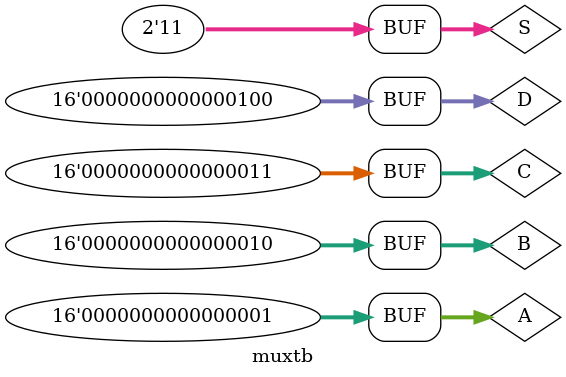
<source format=v>
`timescale 1ns / 1ps


module muxtb;

	// Inputs
	reg [15:0] A;
	reg [15:0] B;
	reg [15:0] C;
	reg [15:0] D;
	reg [1:0] S;

	// Outputs
	wire [15:0] Out;

	// Instantiate the Unit Under Test (UUT)
	Mux_4x2 uut (
		.A(A), 
		.B(B), 
		.C(C), 
		.D(D), 
		.S(S), 
		.Out(Out)
	);

	initial begin
		// Initialize Inputs
		A = 1;
		B = 2;
		C = 3;
		D = 4;
		S = 0;

		// Wait 100 ns for global reset to finish
		#100;
        
		  
		if(Out == 1)
		begin
		$display("pass A");
		end else begin
		$display("fail A");
		end
		S = 1;
		#10
		  if(Out == 2)
		begin
		$display("pass B");
		end else begin
		$display("fail B");
		end
		S = 2;
		#10
		if(Out == 3)
		begin
		$display("pass C");
		end else begin
		$display("fail C");
		end
		S = 3;
		#10
		if(Out == 4)
		begin
		$display("pass D");
		end else begin
		$display("fail D");
		end
		
		
		// Add stimulus here

	end
      
endmodule


</source>
